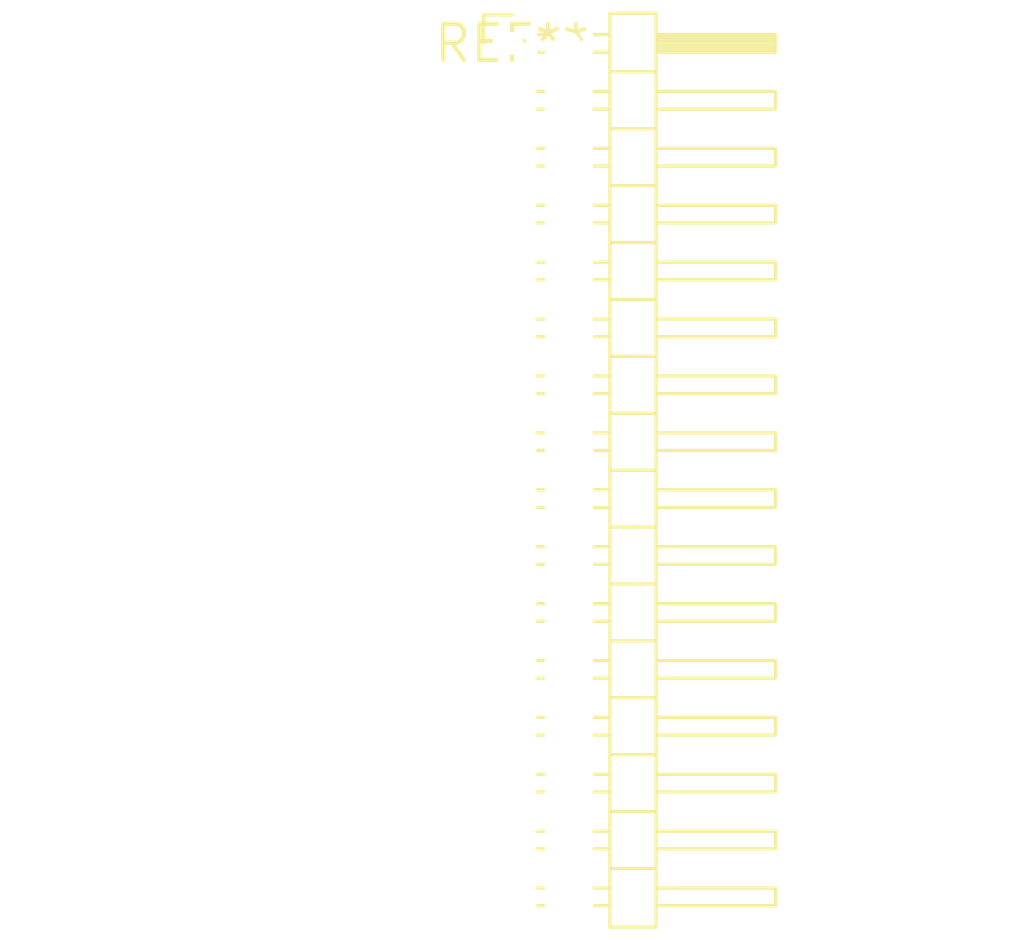
<source format=kicad_pcb>
(kicad_pcb (version 20240108) (generator pcbnew)
  (layers (0 "F.Cu" signal) (31 "B.Cu" signal) (34 "B.Paste" user) (35 "F.Paste" user) (36 "B.SilkS" user "B.Silkscreen") (37 "F.SilkS" user "F.Silkscreen") (38 "B.Mask" user) (39 "F.Mask" user) (44 "Edge.Cuts" user))
  (net 0 "")
  (footprint "PinHeader_2x16_P2.00mm_Horizontal" (layer "F.Cu") (at 0 0)
    (property "Reference" "REF**")
    (property "Value" "PinHeader_2x16_P2.00mm_Horizontal")
    (fp_line (start -1 -1) (end 0 -1) (layer "F.SilkS") (stroke (width 0.12)))
    (fp_line (start -1 0) (end -1 -1) (layer "F.SilkS") (stroke (width 0.12)))
    (fp_line (start 0.882114 1.69) (end 1.117886 1.69) (layer "F.SilkS") (stroke (width 0.12)))
    (fp_line (start 0.882114 2.31) (end 1.117886 2.31) (layer "F.SilkS") (stroke (width 0.12)))
    (fp_line (start 0.882114 3.69) (end 1.117886 3.69) (layer "F.SilkS") (stroke (width 0.12)))
    (fp_line (start 0.882114 4.31) (end 1.117886 4.31) (layer "F.SilkS") (stroke (width 0.12)))
    (fp_line (start 0.882114 5.69) (end 1.117886 5.69) (layer "F.SilkS") (stroke (width 0.12)))
    (fp_line (start 0.882114 6.31) (end 1.117886 6.31) (layer "F.SilkS") (stroke (width 0.12)))
    (fp_line (start 0.882114 7.69) (end 1.117886 7.69) (layer "F.SilkS") (stroke (width 0.12)))
    (fp_line (start 0.882114 8.31) (end 1.117886 8.31) (layer "F.SilkS") (stroke (width 0.12)))
    (fp_line (start 0.882114 9.69) (end 1.117886 9.69) (layer "F.SilkS") (stroke (width 0.12)))
    (fp_line (start 0.882114 10.31) (end 1.117886 10.31) (layer "F.SilkS") (stroke (width 0.12)))
    (fp_line (start 0.882114 11.69) (end 1.117886 11.69) (layer "F.SilkS") (stroke (width 0.12)))
    (fp_line (start 0.882114 12.31) (end 1.117886 12.31) (layer "F.SilkS") (stroke (width 0.12)))
    (fp_line (start 0.882114 13.69) (end 1.117886 13.69) (layer "F.SilkS") (stroke (width 0.12)))
    (fp_line (start 0.882114 14.31) (end 1.117886 14.31) (layer "F.SilkS") (stroke (width 0.12)))
    (fp_line (start 0.882114 15.69) (end 1.117886 15.69) (layer "F.SilkS") (stroke (width 0.12)))
    (fp_line (start 0.882114 16.31) (end 1.117886 16.31) (layer "F.SilkS") (stroke (width 0.12)))
    (fp_line (start 0.882114 17.69) (end 1.117886 17.69) (layer "F.SilkS") (stroke (width 0.12)))
    (fp_line (start 0.882114 18.31) (end 1.117886 18.31) (layer "F.SilkS") (stroke (width 0.12)))
    (fp_line (start 0.882114 19.69) (end 1.117886 19.69) (layer "F.SilkS") (stroke (width 0.12)))
    (fp_line (start 0.882114 20.31) (end 1.117886 20.31) (layer "F.SilkS") (stroke (width 0.12)))
    (fp_line (start 0.882114 21.69) (end 1.117886 21.69) (layer "F.SilkS") (stroke (width 0.12)))
    (fp_line (start 0.882114 22.31) (end 1.117886 22.31) (layer "F.SilkS") (stroke (width 0.12)))
    (fp_line (start 0.882114 23.69) (end 1.117886 23.69) (layer "F.SilkS") (stroke (width 0.12)))
    (fp_line (start 0.882114 24.31) (end 1.117886 24.31) (layer "F.SilkS") (stroke (width 0.12)))
    (fp_line (start 0.882114 25.69) (end 1.117886 25.69) (layer "F.SilkS") (stroke (width 0.12)))
    (fp_line (start 0.882114 26.31) (end 1.117886 26.31) (layer "F.SilkS") (stroke (width 0.12)))
    (fp_line (start 0.882114 27.69) (end 1.117886 27.69) (layer "F.SilkS") (stroke (width 0.12)))
    (fp_line (start 0.882114 28.31) (end 1.117886 28.31) (layer "F.SilkS") (stroke (width 0.12)))
    (fp_line (start 0.882114 29.69) (end 1.117886 29.69) (layer "F.SilkS") (stroke (width 0.12)))
    (fp_line (start 0.882114 30.31) (end 1.117886 30.31) (layer "F.SilkS") (stroke (width 0.12)))
    (fp_line (start 0.935 -0.31) (end 1.117886 -0.31) (layer "F.SilkS") (stroke (width 0.12)))
    (fp_line (start 0.935 0.31) (end 1.117886 0.31) (layer "F.SilkS") (stroke (width 0.12)))
    (fp_line (start 2.882114 -0.31) (end 3.44 -0.31) (layer "F.SilkS") (stroke (width 0.12)))
    (fp_line (start 2.882114 0.31) (end 3.44 0.31) (layer "F.SilkS") (stroke (width 0.12)))
    (fp_line (start 2.882114 1.69) (end 3.44 1.69) (layer "F.SilkS") (stroke (width 0.12)))
    (fp_line (start 2.882114 2.31) (end 3.44 2.31) (layer "F.SilkS") (stroke (width 0.12)))
    (fp_line (start 2.882114 3.69) (end 3.44 3.69) (layer "F.SilkS") (stroke (width 0.12)))
    (fp_line (start 2.882114 4.31) (end 3.44 4.31) (layer "F.SilkS") (stroke (width 0.12)))
    (fp_line (start 2.882114 5.69) (end 3.44 5.69) (layer "F.SilkS") (stroke (width 0.12)))
    (fp_line (start 2.882114 6.31) (end 3.44 6.31) (layer "F.SilkS") (stroke (width 0.12)))
    (fp_line (start 2.882114 7.69) (end 3.44 7.69) (layer "F.SilkS") (stroke (width 0.12)))
    (fp_line (start 2.882114 8.31) (end 3.44 8.31) (layer "F.SilkS") (stroke (width 0.12)))
    (fp_line (start 2.882114 9.69) (end 3.44 9.69) (layer "F.SilkS") (stroke (width 0.12)))
    (fp_line (start 2.882114 10.31) (end 3.44 10.31) (layer "F.SilkS") (stroke (width 0.12)))
    (fp_line (start 2.882114 11.69) (end 3.44 11.69) (layer "F.SilkS") (stroke (width 0.12)))
    (fp_line (start 2.882114 12.31) (end 3.44 12.31) (layer "F.SilkS") (stroke (width 0.12)))
    (fp_line (start 2.882114 13.69) (end 3.44 13.69) (layer "F.SilkS") (stroke (width 0.12)))
    (fp_line (start 2.882114 14.31) (end 3.44 14.31) (layer "F.SilkS") (stroke (width 0.12)))
    (fp_line (start 2.882114 15.69) (end 3.44 15.69) (layer "F.SilkS") (stroke (width 0.12)))
    (fp_line (start 2.882114 16.31) (end 3.44 16.31) (layer "F.SilkS") (stroke (width 0.12)))
    (fp_line (start 2.882114 17.69) (end 3.44 17.69) (layer "F.SilkS") (stroke (width 0.12)))
    (fp_line (start 2.882114 18.31) (end 3.44 18.31) (layer "F.SilkS") (stroke (width 0.12)))
    (fp_line (start 2.882114 19.69) (end 3.44 19.69) (layer "F.SilkS") (stroke (width 0.12)))
    (fp_line (start 2.882114 20.31) (end 3.44 20.31) (layer "F.SilkS") (stroke (width 0.12)))
    (fp_line (start 2.882114 21.69) (end 3.44 21.69) (layer "F.SilkS") (stroke (width 0.12)))
    (fp_line (start 2.882114 22.31) (end 3.44 22.31) (layer "F.SilkS") (stroke (width 0.12)))
    (fp_line (start 2.882114 23.69) (end 3.44 23.69) (layer "F.SilkS") (stroke (width 0.12)))
    (fp_line (start 2.882114 24.31) (end 3.44 24.31) (layer "F.SilkS") (stroke (width 0.12)))
    (fp_line (start 2.882114 25.69) (end 3.44 25.69) (layer "F.SilkS") (stroke (width 0.12)))
    (fp_line (start 2.882114 26.31) (end 3.44 26.31) (layer "F.SilkS") (stroke (width 0.12)))
    (fp_line (start 2.882114 27.69) (end 3.44 27.69) (layer "F.SilkS") (stroke (width 0.12)))
    (fp_line (start 2.882114 28.31) (end 3.44 28.31) (layer "F.SilkS") (stroke (width 0.12)))
    (fp_line (start 2.882114 29.69) (end 3.44 29.69) (layer "F.SilkS") (stroke (width 0.12)))
    (fp_line (start 2.882114 30.31) (end 3.44 30.31) (layer "F.SilkS") (stroke (width 0.12)))
    (fp_line (start 3.44 -1.06) (end 3.44 31.06) (layer "F.SilkS") (stroke (width 0.12)))
    (fp_line (start 3.44 1) (end 5.06 1) (layer "F.SilkS") (stroke (width 0.12)))
    (fp_line (start 3.44 3) (end 5.06 3) (layer "F.SilkS") (stroke (width 0.12)))
    (fp_line (start 3.44 5) (end 5.06 5) (layer "F.SilkS") (stroke (width 0.12)))
    (fp_line (start 3.44 7) (end 5.06 7) (layer "F.SilkS") (stroke (width 0.12)))
    (fp_line (start 3.44 9) (end 5.06 9) (layer "F.SilkS") (stroke (width 0.12)))
    (fp_line (start 3.44 11) (end 5.06 11) (layer "F.SilkS") (stroke (width 0.12)))
    (fp_line (start 3.44 13) (end 5.06 13) (layer "F.SilkS") (stroke (width 0.12)))
    (fp_line (start 3.44 15) (end 5.06 15) (layer "F.SilkS") (stroke (width 0.12)))
    (fp_line (start 3.44 17) (end 5.06 17) (layer "F.SilkS") (stroke (width 0.12)))
    (fp_line (start 3.44 19) (end 5.06 19) (layer "F.SilkS") (stroke (width 0.12)))
    (fp_line (start 3.44 21) (end 5.06 21) (layer "F.SilkS") (stroke (width 0.12)))
    (fp_line (start 3.44 23) (end 5.06 23) (layer "F.SilkS") (stroke (width 0.12)))
    (fp_line (start 3.44 25) (end 5.06 25) (layer "F.SilkS") (stroke (width 0.12)))
    (fp_line (start 3.44 27) (end 5.06 27) (layer "F.SilkS") (stroke (width 0.12)))
    (fp_line (start 3.44 29) (end 5.06 29) (layer "F.SilkS") (stroke (width 0.12)))
    (fp_line (start 3.44 31.06) (end 5.06 31.06) (layer "F.SilkS") (stroke (width 0.12)))
    (fp_line (start 5.06 -1.06) (end 3.44 -1.06) (layer "F.SilkS") (stroke (width 0.12)))
    (fp_line (start 5.06 -0.31) (end 9.26 -0.31) (layer "F.SilkS") (stroke (width 0.12)))
    (fp_line (start 5.06 -0.25) (end 9.26 -0.25) (layer "F.SilkS") (stroke (width 0.12)))
    (fp_line (start 5.06 -0.13) (end 9.26 -0.13) (layer "F.SilkS") (stroke (width 0.12)))
    (fp_line (start 5.06 -0.01) (end 9.26 -0.01) (layer "F.SilkS") (stroke (width 0.12)))
    (fp_line (start 5.06 0.11) (end 9.26 0.11) (layer "F.SilkS") (stroke (width 0.12)))
    (fp_line (start 5.06 0.23) (end 9.26 0.23) (layer "F.SilkS") (stroke (width 0.12)))
    (fp_line (start 5.06 1.69) (end 9.26 1.69) (layer "F.SilkS") (stroke (width 0.12)))
    (fp_line (start 5.06 3.69) (end 9.26 3.69) (layer "F.SilkS") (stroke (width 0.12)))
    (fp_line (start 5.06 5.69) (end 9.26 5.69) (layer "F.SilkS") (stroke (width 0.12)))
    (fp_line (start 5.06 7.69) (end 9.26 7.69) (layer "F.SilkS") (stroke (width 0.12)))
    (fp_line (start 5.06 9.69) (end 9.26 9.69) (layer "F.SilkS") (stroke (width 0.12)))
    (fp_line (start 5.06 11.69) (end 9.26 11.69) (layer "F.SilkS") (stroke (width 0.12)))
    (fp_line (start 5.06 13.69) (end 9.26 13.69) (layer "F.SilkS") (stroke (width 0.12)))
    (fp_line (start 5.06 15.69) (end 9.26 15.69) (layer "F.SilkS") (stroke (width 0.12)))
    (fp_line (start 5.06 17.69) (end 9.26 17.69) (layer "F.SilkS") (stroke (width 0.12)))
    (fp_line (start 5.06 19.69) (end 9.26 19.69) (layer "F.SilkS") (stroke (width 0.12)))
    (fp_line (start 5.06 21.69) (end 9.26 21.69) (layer "F.SilkS") (stroke (width 0.12)))
    (fp_line (start 5.06 23.69) (end 9.26 23.69) (layer "F.SilkS") (stroke (width 0.12)))
    (fp_line (start 5.06 25.69) (end 9.26 25.69) (layer "F.SilkS") (stroke (width 0.12)))
    (fp_line (start 5.06 27.69) (end 9.26 27.69) (layer "F.SilkS") (stroke (width 0.12)))
    (fp_line (start 5.06 29.69) (end 9.26 29.69) (layer "F.SilkS") (stroke (width 0.12)))
    (fp_line (start 5.06 31.06) (end 5.06 -1.06) (layer "F.SilkS") (stroke (width 0.12)))
    (fp_line (start 9.26 -0.31) (end 9.26 0.31) (layer "F.SilkS") (stroke (width 0.12)))
    (fp_line (start 9.26 0.31) (end 5.06 0.31) (layer "F.SilkS") (stroke (width 0.12)))
    (fp_line (start 9.26 1.69) (end 9.26 2.31) (layer "F.SilkS") (stroke (width 0.12)))
    (fp_line (start 9.26 2.31) (end 5.06 2.31) (layer "F.SilkS") (stroke (width 0.12)))
    (fp_line (start 9.26 3.69) (end 9.26 4.31) (layer "F.SilkS") (stroke (width 0.12)))
    (fp_line (start 9.26 4.31) (end 5.06 4.31) (layer "F.SilkS") (stroke (width 0.12)))
    (fp_line (start 9.26 5.69) (end 9.26 6.31) (layer "F.SilkS") (stroke (width 0.12)))
    (fp_line (start 9.26 6.31) (end 5.06 6.31) (layer "F.SilkS") (stroke (width 0.12)))
    (fp_line (start 9.26 7.69) (end 9.26 8.31) (layer "F.SilkS") (stroke (width 0.12)))
    (fp_line (start 9.26 8.31) (end 5.06 8.31) (layer "F.SilkS") (stroke (width 0.12)))
    (fp_line (start 9.26 9.69) (end 9.26 10.31) (layer "F.SilkS") (stroke (width 0.12)))
    (fp_line (start 9.26 10.31) (end 5.06 10.31) (layer "F.SilkS") (stroke (width 0.12)))
    (fp_line (start 9.26 11.69) (end 9.26 12.31) (layer "F.SilkS") (stroke (width 0.12)))
    (fp_line (start 9.26 12.31) (end 5.06 12.31) (layer "F.SilkS") (stroke (width 0.12)))
    (fp_line (start 9.26 13.69) (end 9.26 14.31) (layer "F.SilkS") (stroke (width 0.12)))
    (fp_line (start 9.26 14.31) (end 5.06 14.31) (layer "F.SilkS") (stroke (width 0.12)))
    (fp_line (start 9.26 15.69) (end 9.26 16.31) (layer "F.SilkS") (stroke (width 0.12)))
    (fp_line (start 9.26 16.31) (end 5.06 16.31) (layer "F.SilkS") (stroke (width 0.12)))
    (fp_line (start 9.26 17.69) (end 9.26 18.31) (layer "F.SilkS") (stroke (width 0.12)))
    (fp_line (start 9.26 18.31) (end 5.06 18.31) (layer "F.SilkS") (stroke (width 0.12)))
    (fp_line (start 9.26 19.69) (end 9.26 20.31) (layer "F.SilkS") (stroke (width 0.12)))
    (fp_line (start 9.26 20.31) (end 5.06 20.31) (layer "F.SilkS") (stroke (width 0.12)))
    (fp_line (start 9.26 21.69) (end 9.26 22.31) (layer "F.SilkS") (stroke (width 0.12)))
    (fp_line (start 9.26 22.31) (end 5.06 22.31) (layer "F.SilkS") (stroke (width 0.12)))
    (fp_line (start 9.26 23.69) (end 9.26 24.31) (layer "F.SilkS") (stroke (width 0.12)))
    (fp_line (start 9.26 24.31) (end 5.06 24.31) (layer "F.SilkS") (stroke (width 0.12)))
    (fp_line (start 9.26 25.69) (end 9.26 26.31) (layer "F.SilkS") (stroke (width 0.12)))
    (fp_line (start 9.26 26.31) (end 5.06 26.31) (layer "F.SilkS") (stroke (width 0.12)))
    (fp_line (start 9.26 27.69) (end 9.26 28.31) (layer "F.SilkS") (stroke (width 0.12)))
    (fp_line (start 9.26 28.31) (end 5.06 28.31) (layer "F.SilkS") (stroke (width 0.12)))
    (fp_line (start 9.26 29.69) (end 9.26 30.31) (layer "F.SilkS") (stroke (width 0.12)))
    (fp_line (start 9.26 30.31) (end 5.06 30.31) (layer "F.SilkS") (stroke (width 0.12)))
    (pad "1" thru_hole rect (at 0 0) (size 1.35 1.35) (drill 0.8) (layers *.Cu *.Mask) (remove_unused_layers))
    (pad "2" thru_hole oval (at 2 0) (size 1.35 1.35) (drill 0.8) (layers *.Cu *.Mask) (remove_unused_layers))
    (pad "3" thru_hole oval (at 0 2) (size 1.35 1.35) (drill 0.8) (layers *.Cu *.Mask) (remove_unused_layers))
    (pad "4" thru_hole oval (at 2 2) (size 1.35 1.35) (drill 0.8) (layers *.Cu *.Mask) (remove_unused_layers))
    (pad "5" thru_hole oval (at 0 4) (size 1.35 1.35) (drill 0.8) (layers *.Cu *.Mask) (remove_unused_layers))
    (pad "6" thru_hole oval (at 2 4) (size 1.35 1.35) (drill 0.8) (layers *.Cu *.Mask) (remove_unused_layers))
    (pad "7" thru_hole oval (at 0 6) (size 1.35 1.35) (drill 0.8) (layers *.Cu *.Mask) (remove_unused_layers))
    (pad "8" thru_hole oval (at 2 6) (size 1.35 1.35) (drill 0.8) (layers *.Cu *.Mask) (remove_unused_layers))
    (pad "9" thru_hole oval (at 0 8) (size 1.35 1.35) (drill 0.8) (layers *.Cu *.Mask) (remove_unused_layers))
    (pad "10" thru_hole oval (at 2 8) (size 1.35 1.35) (drill 0.8) (layers *.Cu *.Mask) (remove_unused_layers))
    (pad "11" thru_hole oval (at 0 10) (size 1.35 1.35) (drill 0.8) (layers *.Cu *.Mask) (remove_unused_layers))
    (pad "12" thru_hole oval (at 2 10) (size 1.35 1.35) (drill 0.8) (layers *.Cu *.Mask) (remove_unused_layers))
    (pad "13" thru_hole oval (at 0 12) (size 1.35 1.35) (drill 0.8) (layers *.Cu *.Mask) (remove_unused_layers))
    (pad "14" thru_hole oval (at 2 12) (size 1.35 1.35) (drill 0.8) (layers *.Cu *.Mask) (remove_unused_layers))
    (pad "15" thru_hole oval (at 0 14) (size 1.35 1.35) (drill 0.8) (layers *.Cu *.Mask) (remove_unused_layers))
    (pad "16" thru_hole oval (at 2 14) (size 1.35 1.35) (drill 0.8) (layers *.Cu *.Mask) (remove_unused_layers))
    (pad "17" thru_hole oval (at 0 16) (size 1.35 1.35) (drill 0.8) (layers *.Cu *.Mask) (remove_unused_layers))
    (pad "18" thru_hole oval (at 2 16) (size 1.35 1.35) (drill 0.8) (layers *.Cu *.Mask) (remove_unused_layers))
    (pad "19" thru_hole oval (at 0 18) (size 1.35 1.35) (drill 0.8) (layers *.Cu *.Mask) (remove_unused_layers))
    (pad "20" thru_hole oval (at 2 18) (size 1.35 1.35) (drill 0.8) (layers *.Cu *.Mask) (remove_unused_layers))
    (pad "21" thru_hole oval (at 0 20) (size 1.35 1.35) (drill 0.8) (layers *.Cu *.Mask) (remove_unused_layers))
    (pad "22" thru_hole oval (at 2 20) (size 1.35 1.35) (drill 0.8) (layers *.Cu *.Mask) (remove_unused_layers))
    (pad "23" thru_hole oval (at 0 22) (size 1.35 1.35) (drill 0.8) (layers *.Cu *.Mask) (remove_unused_layers))
    (pad "24" thru_hole oval (at 2 22) (size 1.35 1.35) (drill 0.8) (layers *.Cu *.Mask) (remove_unused_layers))
    (pad "25" thru_hole oval (at 0 24) (size 1.35 1.35) (drill 0.8) (layers *.Cu *.Mask) (remove_unused_layers))
    (pad "26" thru_hole oval (at 2 24) (size 1.35 1.35) (drill 0.8) (layers *.Cu *.Mask) (remove_unused_layers))
    (pad "27" thru_hole oval (at 0 26) (size 1.35 1.35) (drill 0.8) (layers *.Cu *.Mask) (remove_unused_layers))
    (pad "28" thru_hole oval (at 2 26) (size 1.35 1.35) (drill 0.8) (layers *.Cu *.Mask) (remove_unused_layers))
    (pad "29" thru_hole oval (at 0 28) (size 1.35 1.35) (drill 0.8) (layers *.Cu *.Mask) (remove_unused_layers))
    (pad "30" thru_hole oval (at 2 28) (size 1.35 1.35) (drill 0.8) (layers *.Cu *.Mask) (remove_unused_layers))
    (pad "31" thru_hole oval (at 0 30) (size 1.35 1.35) (drill 0.8) (layers *.Cu *.Mask) (remove_unused_layers))
    (pad "32" thru_hole oval (at 2 30) (size 1.35 1.35) (drill 0.8) (layers *.Cu *.Mask) (remove_unused_layers))
  )
)
</source>
